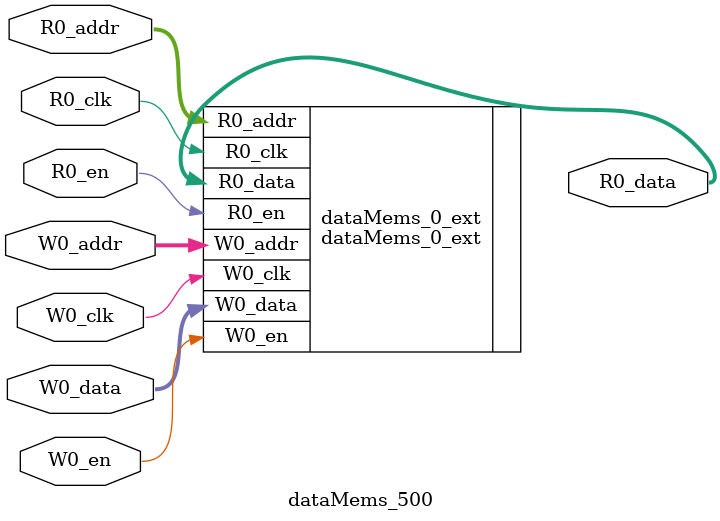
<source format=sv>
`ifndef RANDOMIZE
  `ifdef RANDOMIZE_REG_INIT
    `define RANDOMIZE
  `endif // RANDOMIZE_REG_INIT
`endif // not def RANDOMIZE
`ifndef RANDOMIZE
  `ifdef RANDOMIZE_MEM_INIT
    `define RANDOMIZE
  `endif // RANDOMIZE_MEM_INIT
`endif // not def RANDOMIZE

`ifndef RANDOM
  `define RANDOM $random
`endif // not def RANDOM

// Users can define 'PRINTF_COND' to add an extra gate to prints.
`ifndef PRINTF_COND_
  `ifdef PRINTF_COND
    `define PRINTF_COND_ (`PRINTF_COND)
  `else  // PRINTF_COND
    `define PRINTF_COND_ 1
  `endif // PRINTF_COND
`endif // not def PRINTF_COND_

// Users can define 'ASSERT_VERBOSE_COND' to add an extra gate to assert error printing.
`ifndef ASSERT_VERBOSE_COND_
  `ifdef ASSERT_VERBOSE_COND
    `define ASSERT_VERBOSE_COND_ (`ASSERT_VERBOSE_COND)
  `else  // ASSERT_VERBOSE_COND
    `define ASSERT_VERBOSE_COND_ 1
  `endif // ASSERT_VERBOSE_COND
`endif // not def ASSERT_VERBOSE_COND_

// Users can define 'STOP_COND' to add an extra gate to stop conditions.
`ifndef STOP_COND_
  `ifdef STOP_COND
    `define STOP_COND_ (`STOP_COND)
  `else  // STOP_COND
    `define STOP_COND_ 1
  `endif // STOP_COND
`endif // not def STOP_COND_

// Users can define INIT_RANDOM as general code that gets injected into the
// initializer block for modules with registers.
`ifndef INIT_RANDOM
  `define INIT_RANDOM
`endif // not def INIT_RANDOM

// If using random initialization, you can also define RANDOMIZE_DELAY to
// customize the delay used, otherwise 0.002 is used.
`ifndef RANDOMIZE_DELAY
  `define RANDOMIZE_DELAY 0.002
`endif // not def RANDOMIZE_DELAY

// Define INIT_RANDOM_PROLOG_ for use in our modules below.
`ifndef INIT_RANDOM_PROLOG_
  `ifdef RANDOMIZE
    `ifdef VERILATOR
      `define INIT_RANDOM_PROLOG_ `INIT_RANDOM
    `else  // VERILATOR
      `define INIT_RANDOM_PROLOG_ `INIT_RANDOM #`RANDOMIZE_DELAY begin end
    `endif // VERILATOR
  `else  // RANDOMIZE
    `define INIT_RANDOM_PROLOG_
  `endif // RANDOMIZE
`endif // not def INIT_RANDOM_PROLOG_

// Include register initializers in init blocks unless synthesis is set
`ifndef SYNTHESIS
  `ifndef ENABLE_INITIAL_REG_
    `define ENABLE_INITIAL_REG_
  `endif // not def ENABLE_INITIAL_REG_
`endif // not def SYNTHESIS

// Include rmemory initializers in init blocks unless synthesis is set
`ifndef SYNTHESIS
  `ifndef ENABLE_INITIAL_MEM_
    `define ENABLE_INITIAL_MEM_
  `endif // not def ENABLE_INITIAL_MEM_
`endif // not def SYNTHESIS

module dataMems_500(	// @[generators/ara/src/main/scala/UnsafeAXI4ToTL.scala:365:62]
  input  [4:0]  R0_addr,
  input         R0_en,
  input         R0_clk,
  output [66:0] R0_data,
  input  [4:0]  W0_addr,
  input         W0_en,
  input         W0_clk,
  input  [66:0] W0_data
);

  dataMems_0_ext dataMems_0_ext (	// @[generators/ara/src/main/scala/UnsafeAXI4ToTL.scala:365:62]
    .R0_addr (R0_addr),
    .R0_en   (R0_en),
    .R0_clk  (R0_clk),
    .R0_data (R0_data),
    .W0_addr (W0_addr),
    .W0_en   (W0_en),
    .W0_clk  (W0_clk),
    .W0_data (W0_data)
  );
endmodule


</source>
